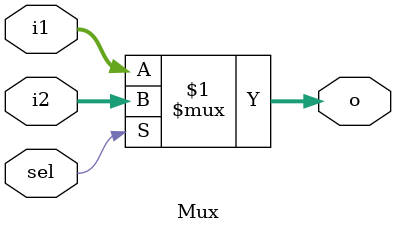
<source format=v>
module Mux (i1,i2,sel,o);
    input [31:0] i1,i2;
    input sel;
    output [31:0] o;

    assign o = (sel) ? i2 : i1 ;        //0上 1下
    
endmodule
</source>
